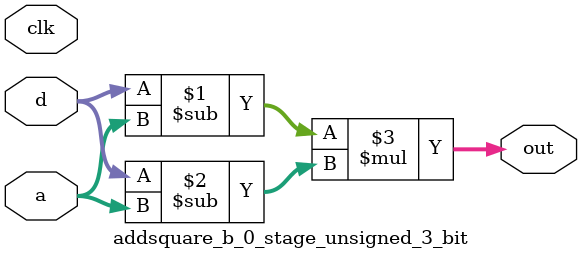
<source format=sv>
(* use_dsp = "yes" *) module addsquare_b_0_stage_unsigned_3_bit(
	input  [2:0] a,
	input  [2:0] d,
	output [2:0] out,
	input clk);

	assign out = (d - a) * (d - a);
endmodule

</source>
